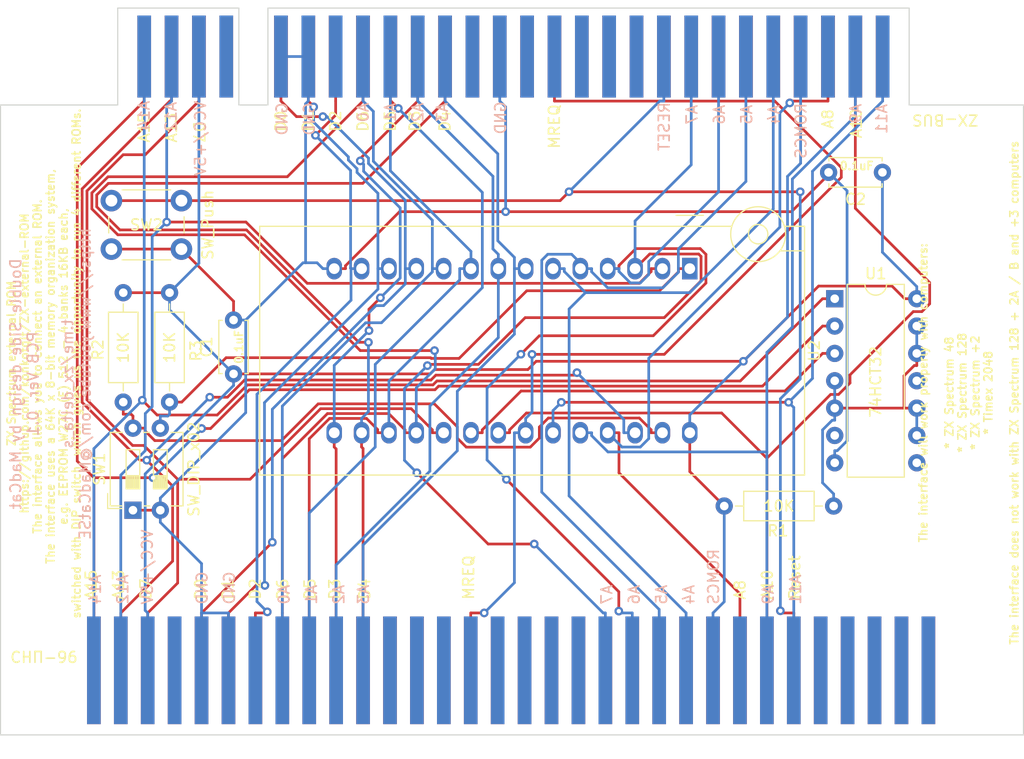
<source format=kicad_pcb>
(kicad_pcb (version 20221018) (generator pcbnew)
  (layers (0 "F.Cu" signal) (31 "B.Cu" signal) (34 "B.Paste" user) (35 "F.Paste" user) (36 "B.SilkS" user "B.Silkscreen") (37 "F.SilkS" user "F.Silkscreen") (38 "B.Mask" user) (39 "F.Mask" user) (44 "Edge.Cuts" user))
  (net 0 "")
  (net 1 "+5V")
  (net 2 "GND")
  (net 3 "A15")
  (net 4 "A13")
  (net 5 "D7")
  (net 7 "D0")
  (net 8 "D1")
  (net 9 "D2")
  (net 10 "D6")
  (net 11 "D5")
  (net 12 "D3")
  (net 13 "D4")
  (net 17 "MREQ")
  (net 27 "A8")
  (net 28 "A10")
  (net 30 "A14")
  (net 31 "A12")
  (net 34 "A0")
  (net 35 "A1")
  (net 36 "A2")
  (net 37 "A3")
  (net 44 "RESET")
  (net 45 "A7")
  (net 46 "A6")
  (net 47 "A5")
  (net 48 "A4")
  (net 50 "A9")
  (net 51 "A11")
  (net 85 "Net-(U1-2A)")
  (net 86 "Net-(U2-A14)")
  (net 87 "Net-(U2-A15)")
  (net 89 "Net-(U1-1Y)")
  (footprint "Diagnostic_board:DIP-14_W7.62mm" (layer "F.Cu") (at 161.1376 72.4916)
    (fp_text reference "U1")
    (fp_text value "74HCT32")
  )
  (footprint "Diagnostic_board:SW_DIP_SPSTx02_Slide_6.7x6.64mm_W7.62mm_P2.54mm_LowProfile" (layer "F.Cu") (at 95.9648 92.1328 90)
    (fp_text reference "SW1")
    (fp_text value "SW_DIP_x02")
  )
  (footprint "Diagnostic_board:SNP96" (layer "F.Cu") (at 170.47 102 180)
    (fp_text reference "J1" hide)
    (fp_text value "SNP" hide)
  )
  (footprint "Diagnostic_board:C_Disc_D4.7mm_W2.5mm_P5.00mm" (layer "F.Cu") (at 105.3084 79.4728 90)
    (fp_text reference "C1")
    (fp_text value "0.1uF")
  )
  (footprint "Diagnostic_board:R_Axial_DIN0207_L6.3mm_D2.5mm_P10.16mm_Horizontal" (layer "F.Cu") (at 150.876 91.7448)
    (fp_text reference "R1")
    (fp_text value "10K")
  )
  (footprint "Diagnostic_board:SW_PUSH_6mm" (layer "F.Cu") (at 93.9648 63.3828)
    (fp_text reference "SW2")
    (fp_text value "SW_Push")
  )
  (footprint "Diagnostic_board:C_Disc_D4.7mm_W2.5mm_P5.00mm" (layer "F.Cu") (at 165.568 60.7568 180)
    (fp_text reference "C2")
    (fp_text value "0.1uF")
  )
  (footprint "Diagnostic_board:R_Axial_DIN0207_L6.3mm_D2.5mm_P10.16mm_Horizontal" (layer "F.Cu") (at 95.0648 71.9328 -90)
    (fp_text reference "R2")
    (fp_text value "10K")
  )
  (footprint "Socket:DIP_Socket-28_W11.9_W12.7_W15.24_W17.78_W18.5_3M_228-1277-00-0602J" (layer "F.Cu") (at 147.6756 69.6976 -90)
    (fp_text reference "U2")
    (fp_text value "27C512")
  )
  (footprint "Diagnostic_board:R_Axial_DIN0207_L6.3mm_D2.5mm_P10.16mm_Horizontal" (layer "F.Cu") (at 99.3648 71.9328 -90)
    (fp_text reference "R3")
    (fp_text value "10K")
  )
  (footprint "Diagnostic_board:ZX SPECTRUM EDGE CONNECTOR (HORIZONTAL)" (layer "F.Cu") (at 131.3 50.254 180)
    (fp_text reference "J2" hide)
    (fp_text value "ZXBUS" hide)
  )
  (gr_line (start 94.55 45.5) (end 105.8 45.5) (stroke (width 0.1)) (layer "Edge.Cuts"))
  (gr_line (start 83.667485 113) (end 178.667485 113) (stroke (width 0.1)) (layer "Edge.Cuts"))
  (gr_line (start 108.5 45.5) (end 108.5 54.5) (stroke (width 0.1)) (layer "Edge.Cuts"))
  (gr_line (start 83.667485 54.5) (end 94.55 54.5) (stroke (width 0.1)) (layer "Edge.Cuts"))
  (gr_line (start 168.05 54.5) (end 178.667485 54.5) (stroke (width 0.1)) (layer "Edge.Cuts"))
  (gr_line (start 168.05 45.5) (end 168.05 54.5) (stroke (width 0.1)) (layer "Edge.Cuts"))
  (gr_line (start 94.55 45.5) (end 94.55 54.5) (stroke (width 0.1)) (layer "Edge.Cuts"))
  (gr_line (start 108.5 45.5) (end 168.05 45.5) (stroke (width 0.1)) (layer "Edge.Cuts"))
  (gr_line (start 105.8 54.5) (end 108.5 54.5) (stroke (width 0.1)) (layer "Edge.Cuts"))
  (gr_line (start 83.667485 54.5) (end 83.667485 113) (stroke (width 0.1)) (layer "Edge.Cuts"))
  (gr_line (start 178.667485 54.5) (end 178.667485 113) (stroke (width 0.1)) (layer "Edge.Cuts"))
  (gr_line (start 105.8 45.5) (end 105.8 54.5) (stroke (width 0.1)) (layer "Edge.Cuts"))
  (gr_text "A2" (at 115.082 99.976191 90) (layer "B.SilkS") (effects (font (size 1 1)) (justify mirror)))
  (gr_text "A14" (at 97 55.5 90) (layer "B.SilkS") (effects (font (size 1 1)) (justify mirror)))
  (gr_text "A14" (at 92.476 99.5 90) (layer "B.SilkS") (effects (font (size 1 1)) (justify mirror)))
  (gr_text "A4" (at 155.5 55.4 90) (layer "B.SilkS") (effects (font (size 1 1)) (justify mirror)))
  (gr_text "ROMCS" (at 149.88 98.309524 90) (layer "B.SilkS") (effects (font (size 1 1)) (justify mirror)))
  (gr_text "GND" (at 130.1 55.7 90) (layer "B.SilkS") (effects (font (size 1 1)) (justify mirror)))
  (gr_text "A1" (at 112.542 99.976191 90) (layer "B.SilkS") (effects (font (size 1 1)) (justify mirror)))
  (gr_text "A4" (at 147.594 99.976191 90) (layer "B.SilkS") (effects (font (size 1 1)) (justify mirror)))
  (gr_text "A7" (at 147.88 55.4 90) (layer "B.SilkS") (effects (font (size 1 1)) (justify mirror)))
  (gr_text "A9" (at 163.1 55.3 90) (layer "B.SilkS") (effects (font (size 1 1)) (justify mirror)))
  (gr_text "GND" (at 109.8 55.8 90) (layer "B.SilkS") (effects (font (size 1 1)) (justify mirror)))
  (gr_text "A11" (at 157.5 99.5 90) (layer "B.SilkS") (effects (font (size 1 1)) (justify mirror)))
  (gr_text "A2" (at 122.414 55.2 90) (layer "B.SilkS") (effects (font (size 1 1)) (justify mirror)))
  (gr_text "A11" (at 165.5 55.8 90) (layer "B.SilkS") (effects (font (size 1 1)) (justify mirror)))
  (gr_text "A0" (at 117.334 55.2 90) (layer "B.SilkS") (effects (font (size 1 1)) (justify mirror)))
  (gr_text "A5" (at 145.054 99.976191 90) (layer "B.SilkS") (effects (font (size 1 1)) (justify mirror)))
  (gr_text "A0" (at 110.002 99.976191 90) (layer "B.SilkS") (effects (font (size 1 1)) (justify mirror)))
  (gr_text "VCC/+5V" (at 97.302 97.404762 90) (layer "B.SilkS") (effects (font (size 1 1)) (justify mirror)))
  (gr_text "A1" (at 119.874 55.2 90) (layer "B.SilkS") (effects (font (size 1 1)) (justify mirror)))
  (gr_text "GND" (at 112.34 55.8 90) (layer "B.SilkS") (effects (font (size 1 1)) (justify mirror)))
  (gr_text "VCC/+5V" (at 102.234 57.6 90) (layer "B.SilkS") (effects (font (size 1 1)) (justify mirror)))
  (gr_text "GND" (at 102.382 99.357143 90) (layer "B.SilkS") (effects (font (size 1 1)) (justify mirror)))
  (gr_text "A6" (at 150.42 55.4 90) (layer "B.SilkS") (effects (font (size 1 1)) (justify mirror)))
  (gr_text "A7" (at 139.974 99.976191 90) (layer "B.SilkS") (effects (font (size 1 1)) (justify mirror)))
  (gr_text "A3" (at 124.7 55.2 90) (layer "B.SilkS") (effects (font (size 1 1)) (justify mirror)))
  (gr_text "RESET" (at 145.3 56.5 90) (layer "B.SilkS") (effects (font (size 1 1)) (justify mirror)))
  (gr_text "A9" (at 154.96 99.976191 90) (layer "B.SilkS") (effects (font (size 1 1)) (justify mirror)))
  (gr_text "A6" (at 142.514 99.976191 90) (layer "B.SilkS") (effects (font (size 1 1)) (justify mirror)))
  (gr_text "A3" (at 117.368 99.976191 90) (layer "B.SilkS") (effects (font (size 1 1)) (justify mirror)))
  (gr_text "GND" (at 104.922 99.357143 90) (layer "B.SilkS") (effects (font (size 1 1)) (justify mirror)))
  (gr_text "A12" (at 95.016 99.5 90) (layer "B.SilkS") (effects (font (size 1 1)) (justify mirror)))
  (gr_text "ROMCS" (at 158 56.9 90) (layer "B.SilkS") (effects (font (size 1 1)) (justify mirror)))
  (gr_text "Double Side design by MadCat\nPCB Ver. 0.1\n\nt.me/zx_delta_s\nhttps://www.youtube.com/@MadCatSE" (at 88.3 80.4 90) (layer "B.SilkS") (effects (font (size 1 1)) (justify mirror)))
  (gr_text "A12" (at 99.5 55.6 90) (layer "B.SilkS") (effects (font (size 1 1)) (justify mirror)))
  (gr_text "A5" (at 152.96 55.4 90) (layer "B.SilkS") (effects (font (size 1 1)) (justify mirror)))
  (gr_text "A15" (at 97 56.6 90) (layer "F.SilkS") (effects (font (size 1 1))))
  (gr_text "D4" (at 124.94 56 90) (layer "F.SilkS") (effects (font (size 1 1))))
  (gr_text "A8" (at 160.5 55.8 90) (layer "F.SilkS") (effects (font (size 1 1))))
  (gr_text "D3\n" (at 122.15902 56 90) (layer "F.SilkS") (effects (font (size 1 1))))
  (gr_text "D6" (at 109.86098 99.452381 90) (layer "F.SilkS") (effects (font (size 1 1))))
  (gr_text "D4" (at 117.48098 99.452381 90) (layer "F.SilkS") (effects (font (size 1 1))))
  (gr_text "СНП-96" (at 87.7 105.8) (layer "F.SilkS") (effects (font (size 1 1))))
  (gr_text "D6" (at 117.32 56 90) (layer "F.SilkS") (effects (font (size 1 1))))
  (gr_text "A10" (at 163.14 56.2 90) (layer "F.SilkS") (effects (font (size 1 1))))
  (gr_text "MREQ" (at 135.1 56.5 90) (layer "F.SilkS") (effects (font (size 1 1))))
  (gr_text "D0" (at 102.24098 99.452381 90) (layer "F.SilkS") (effects (font (size 1 1))))
  (gr_text "ZX Spectrum external ROM\nhttps://github.com/konkotgit/ZX-external-ROM\nThe interface allows you to connect an external ROM. \nThe interface uses a 64K x 8-bit memory organization system, \ne.g. EEPROM W27C (E) 512 - 4 banks 16KB each, \nswitched with DIP switch, which gives us the opportunity to run 4 different ROMs." (at 87.7 78.5 90) (layer "F.SilkS") (effects (font (size 0.75 0.75))))
  (gr_text "D7" (at 102.08 57.004762 270) (layer "F.SilkS") (effects (font (size 1 1))))
  (gr_text "A13" (at 94.62098 99.047619 90) (layer "F.SilkS") (effects (font (size 1 1))))
  (gr_text "D0" (at 109.7 56 90) (layer "F.SilkS") (effects (font (size 1 1))))
  (gr_text "A8" (at 152.34 99.52381 90) (layer "F.SilkS") (effects (font (size 1 1))))
  (gr_text "A13" (at 99.54 56.6 90) (layer "F.SilkS") (effects (font (size 1 1))))
  (gr_text "D2" (at 107.32098 99.452381 90) (layer "F.SilkS") (effects (font (size 1 1))))
  (gr_text "MREQ" (at 127.13298 98.380953 90) (layer "F.SilkS") (effects (font (size 1 1))))
  (gr_text "ZX-BUS" (at 171.4 55.9 180) (layer "F.SilkS") (effects (font (size 1 1))))
  (gr_text "D5" (at 119.86 56 90) (layer "F.SilkS") (effects (font (size 1 1))))
  (gr_text "A15" (at 92.08098 99.047619 90) (layer "F.SilkS") (effects (font (size 1 1))))
  (gr_text "D1" (at 112.24 56 90) (layer "F.SilkS") (effects (font (size 1 1))))
  (gr_text "D1" (at 104.78098 99.452381 90) (layer "F.SilkS") (effects (font (size 1 1))))
  (gr_text "D2" (at 114.78 56 90) (layer "F.SilkS") (effects (font (size 1 1))))
  (gr_text "D5" (at 112.40098 99.452381 90) (layer "F.SilkS") (effects (font (size 1 1))))
  (gr_text "D3\n" (at 114.7 99.452381 90) (layer "F.SilkS") (effects (font (size 1 1))))
  (gr_text "The interface will work properly with computers:\n\n* ZX Spectrum 48\n* ZX Spectrum 128\n* ZX Spectrum +2\n* Timex 2048\n\nThe interface does not work with ZX Spectrum 128 + 2A / B and +3 computers" (at 173.5836 81.2292 90) (layer "F.SilkS") (effects (font (size 0.75 0.75))))
  (gr_text "Reset" (at 157.42 98.380953 90) (layer "F.SilkS") (effects (font (size 1 1))))
  (gr_text "A10" (at 154.88 99.047619 90) (layer "F.SilkS") (effects (font (size 1 1))))
  (gr_text "D7" (at 97.16098 99.452381 90) (layer "F.SilkS") (effects (font (size 1 1))))
  (segment (start 105.3084 79.4728) (end 123.5702 79.4728) (width 0.25) (layer "F.Cu") (net 1))
  (segment (start 147.6756 88.5444) (end 150.876 91.7448) (width 0.25) (layer "F.Cu") (net 1))
  (segment (start 168.7576 72.4916) (end 167.6307 72.4916) (width 0.25) (layer "F.Cu") (net 1))
  (segment (start 133.4126 78.3009) (end 152.6537 78.3009) (width 0.25) (layer "F.Cu") (net 1))
  (segment (start 132.644 79.0695) (end 133.4126 78.3009) (width 0.25) (layer "F.Cu") (net 1))
  (segment (start 147.6756 84.9376) (end 147.6756 88.5444) (width 0.25) (layer "F.Cu") (net 1))
  (segment (start 123.5702 79.4728) (end 123.9735 79.0695) (width 0.25) (layer "F.Cu") (net 1))
  (segment (start 152.6537 78.3009) (end 159.6363 71.3183) (width 0.25) (layer "F.Cu") (net 1))
  (segment (start 99.3648 71.9328) (end 95.0648 71.9328) (width 0.25) (layer "F.Cu") (net 1))
  (segment (start 159.6363 71.3183) (end 166.4574 71.3183) (width 0.25) (layer "F.Cu") (net 1))
  (segment (start 123.9735 79.0695) (end 132.644 79.0695) (width 0.25) (layer "F.Cu") (net 1))
  (segment (start 166.4574 71.3183) (end 167.6307 72.4916) (width 0.25) (layer "F.Cu") (net 1))
  (via (at 152.6537 78.3009) (size 0.8) (drill 0.4) (layers "F.Cu" "B.Cu") (net 1))
  (segment (start 102.09 50) (end 102.09 54.1369) (width 0.25) (layer "B.Cu") (net 1))
  (segment (start 168.7576 72.4916) (end 168.7576 71.3647) (width 0.25) (layer "B.Cu") (net 1))
  (segment (start 147.6756 83.279) (end 147.6756 84.9376) (width 0.25) (layer "B.Cu") (net 1))
  (segment (start 156.7532 61.1277) (end 156.7532 74.2014) (width 0.25) (layer "B.Cu") (net 1))
  (segment (start 102.09 69.2076) (end 99.3648 71.9328) (width 0.25) (layer "B.Cu") (net 1))
  (segment (start 156.7532 74.2014) (end 152.6537 78.3009) (width 0.25) (layer "B.Cu") (net 1))
  (segment (start 97.0996 101.4377) (end 97.335 101.6731) (width 0.25) (layer "B.Cu") (net 1))
  (segment (start 149.835 107) (end 149.835 101.6731) (width 0.25) (layer "B.Cu") (net 1))
  (segment (start 168.7576 71.3647) (end 165.568 68.1751) (width 0.25) (layer "B.Cu") (net 1))
  (segment (start 152.6537 78.3009) (end 147.6756 83.279) (width 0.25) (layer "B.Cu") (net 1))
  (segment (start 105.3084 79.4728) (end 105.3084 80.5513) (width 0.25) (layer "B.Cu") (net 1))
  (segment (start 99.3648 73.5292) (end 99.3648 71.9328) (width 0.25) (layer "B.Cu") (net 1))
  (segment (start 102.09 54.1369) (end 102.09 69.2076) (width 0.25) (layer "B.Cu") (net 1))
  (segment (start 97.0996 88.7601) (end 97.0996 101.4377) (width 0.25) (layer "B.Cu") (net 1))
  (segment (start 150.876 91.7448) (end 150.876 100.6321) (width 0.25) (layer "B.Cu") (net 1))
  (segment (start 105.3084 80.5513) (end 97.0996 88.7601) (width 0.25) (layer "B.Cu") (net 1))
  (segment (start 97.335 107) (end 97.335 101.6731) (width 0.25) (layer "B.Cu") (net 1))
  (segment (start 157.97 59.9109) (end 156.7532 61.1277) (width 0.25) (layer "B.Cu") (net 1))
  (segment (start 165.568 68.1751) (end 165.568 60.7568) (width 0.25) (layer "B.Cu") (net 1))
  (segment (start 105.3084 79.4728) (end 99.3648 73.5292) (width 0.25) (layer "B.Cu") (net 1))
  (segment (start 157.97 54.1369) (end 157.97 59.9109) (width 0.25) (layer "B.Cu") (net 1))
  (segment (start 150.876 100.6321) (end 149.835 101.6731) (width 0.25) (layer "B.Cu") (net 1))
  (segment (start 157.97 50) (end 157.97 54.1369) (width 0.25) (layer "B.Cu") (net 1))
  (segment (start 93.9648 67.8828) (end 100.4648 67.8828) (width 0.25) (layer "F.Cu") (net 2))
  (segment (start 157.1211 64.4095) (end 160.568 60.9626) (width 0.25) (layer "F.Cu") (net 2))
  (segment (start 115.7025 69.6976) (end 115.7025 69.4299) (width 0.25) (layer "F.Cu") (net 2))
  (segment (start 130.5759 64.4095) (end 157.1211 64.4095) (width 0.25) (layer "F.Cu") (net 2))
  (segment (start 115.7025 69.4299) (end 120.7229 64.4095) (width 0.25) (layer "F.Cu") (net 2))
  (segment (start 114.6556 69.6976) (end 115.7025 69.6976) (width 0.25) (layer "F.Cu") (net 2))
  (segment (start 160.568 60.9626) (end 160.568 60.7568) (width 0.25) (layer "F.Cu") (net 2))
  (segment (start 105.3084 72.7264) (end 105.3084 74.4728) (width 0.25) (layer "F.Cu") (net 2))
  (segment (start 98.5048 92.1328) (end 95.9648 92.1328) (width 0.25) (layer "F.Cu") (net 2))
  (segment (start 120.7229 64.4095) (end 130.5759 64.4095) (width 0.25) (layer "F.Cu") (net 2))
  (segment (start 100.4648 67.8828) (end 105.3084 72.7264) (width 0.25) (layer "F.Cu") (net 2))
  (via (at 130.5759 64.4095) (size 0.8) (drill 0.4) (layers "F.Cu" "B.Cu") (net 2))
  (segment (start 160.568 60.7568) (end 162.2833 62.4721) (width 0.25) (layer "B.Cu") (net 2))
  (segment (start 162.2833 85.6925) (end 161.3711 86.6047) (width 0.25) (layer "B.Cu") (net 2))
  (segment (start 114.6556 69.6976) (end 113.6087 69.6976) (width 0.25) (layer "B.Cu") (net 2))
  (segment (start 106.4367 74.4728) (end 106.4367 83.074) (width 0.25) (layer "B.Cu") (net 2))
  (segment (start 98.5048 92.1328) (end 98.5048 93.2597) (width 0.25) (layer "B.Cu") (net 2))
  (segment (start 111.9967 69.1527) (end 111.7568 69.1527) (width 0.25) (layer "B.Cu") (net 2))
  (segment (start 111.9967 54.3902) (end 111.9967 69.1527) (width 0.25) (layer "B.Cu") (net 2))
  (segment (start 162.2833 62.4721) (end 162.2833 85.6925) (width 0.25) (layer "B.Cu") (net 2))
  (segment (start 111.7568 69.1527) (end 106.4367 74.4728) (width 0.25) (layer "B.Cu") (net 2))
  (segment (start 102.335 107) (end 102.335 101.6731) (width 0.25) (layer "B.Cu") (net 2))
  (segment (start 112.25 50) (end 109.71 50) (width 0.25) (layer "B.Cu") (net 2))
  (segment (start 106.4367 83.074) (end 98.5048 91.0059) (width 0.25) (layer "B.Cu") (net 2))
  (segment (start 130.03 54.1369) (end 130.5759 54.6828) (width 0.25) (layer "B.Cu") (net 2))
  (segment (start 161.1376 87.7316) (end 161.1376 86.6047) (width 0.25) (layer "B.Cu") (net 2))
  (segment (start 98.5048 93.2597) (end 102.335 97.0899) (width 0.25) (layer "B.Cu") (net 2))
  (segment (start 130.03 50) (end 130.03 54.1369) (width 0.25) (layer "B.Cu") (net 2))
  (segment (start 112.25 54.1369) (end 111.9967 54.3902) (width 0.25) (layer "B.Cu") (net 2))
  (segment (start 106.4367 74.4728) (end 105.3084 74.4728) (width 0.25) (layer "B.Cu") (net 2))
  (segment (start 112.25 50) (end 112.25 54.1369) (width 0.25) (layer "B.Cu") (net 2))
  (segment (start 104.835 101.6731) (end 102.335 101.6731) (width 0.25) (layer "B.Cu") (net 2))
  (segment (start 161.3711 86.6047) (end 161.1376 86.6047) (width 0.25) (layer "B.Cu") (net 2))
  (segment (start 98.5048 92.1328) (end 98.5048 91.0059) (width 0.25) (layer "B.Cu") (net 2))
  (segment (start 113.6087 69.6976) (end 113.0638 69.1527) (width 0.25) (layer "B.Cu") (net 2))
  (segment (start 130.5759 54.6828) (end 130.5759 64.4095) (width 0.25) (layer "B.Cu") (net 2))
  (segment (start 104.835 107) (end 104.835 101.6731) (width 0.25) (layer "B.Cu") (net 2))
  (segment (start 113.0638 69.1527) (end 111.9967 69.1527) (width 0.25) (layer "B.Cu") (net 2))
  (segment (start 102.335 97.0899) (end 102.335 101.6731) (width 0.25) (layer "B.Cu") (net 2))
  (segment (start 97.01 54.1369) (end 90.7906 60.3563) (width 0.25) (layer "F.Cu") (net 3))
  (segment (start 97.01 50) (end 97.01 54.1369) (width 0.25) (layer "F.Cu") (net 3))
  (segment (start 90.7906 87.5705) (end 92.335 89.1149) (width 0.25) (layer "F.Cu") (net 3))
  (segment (start 106.7745 80.9451) (end 103.1743 84.5453) (width 0.25) (layer "F.Cu") (net 3))
  (segment (start 103.1743 84.5453) (end 102.3423 84.5453) (width 0.25) (layer "F.Cu") (net 3))
  (segment (start 124.0152 80.9451) (end 106.7745 80.9451) (width 0.25) (layer "F.Cu") (net 3))
  (segment (start 160.0107 75.0316) (end 154.432 80.6103) (width 0.25) (layer "F.Cu") (net 3))
  (segment (start 161.1376 75.0316) (end 160.0107 75.0316) (width 0.25) (layer "F.Cu") (net 3))
  (segment (start 154.432 80.6103) (end 124.35 80.6103) (width 0.25) (layer "F.Cu") (net 3))
  (segment (start 90.7906 60.3563) (end 90.7906 87.5705) (width 0.25) (layer "F.Cu") (net 3))
  (segment (start 92.335 89.1149) (end 92.335 101.6731) (width 0.25) (layer "F.Cu") (net 3))
  (segment (start 92.335 107) (end 92.335 101.6731) (width 0.25) (layer "F.Cu") (net 3))
  (segment (start 92.335 89.1149) (end 97.8265 89.1149) (width 0.25) (layer "F.Cu") (net 3))
  (segment (start 124.35 80.6103) (end 124.0152 80.9451) (width 0.25) (layer "F.Cu") (net 3))
  (via (at 97.8265 89.1149) (size 0.8) (drill 0.4) (layers "F.Cu" "B.Cu") (net 3))
  (via (at 102.3423 84.5453) (size 0.8) (drill 0.4) (layers "F.Cu" "B.Cu") (net 3))
  (segment (start 102.3423 84.5991) (end 97.8265 89.1149) (width 0.25) (layer "B.Cu") (net 3))
  (segment (start 102.3423 84.5453) (end 102.3423 84.5991) (width 0.25) (layer "B.Cu") (net 3))
  (segment (start 91.244 62.2877) (end 91.244 82.114) (width 0.25) (layer "F.Cu") (net 4))
  (segment (start 91.244 82.114) (end 96.6178 87.4878) (width 0.25) (layer "F.Cu") (net 4))
  (segment (start 136.9676 79.5895) (end 137.1996 79.3575) (width 0.25) (layer "F.Cu") (net 4))
  (segment (start 99.3948 54.1369) (end 91.244 62.2877) (width 0.25) (layer "F.Cu") (net 4))
  (segment (start 106.3336 80.0413) (end 123.6408 80.0413) (width 0.25) (layer "F.Cu") (net 4))
  (segment (start 97.2463 87.4878) (end 99.6475 89.889) (width 0.25) (layer "F.Cu") (net 4))
  (segment (start 99.6475 89.889) (end 99.6475 96.8606) (width 0.25) (layer "F.Cu") (net 4))
  (segment (start 99.6475 96.8606) (end 94.835 101.6731) (width 0.25) (layer "F.Cu") (net 4))
  (segment (start 99.55 54.1369) (end 99.3948 54.1369) (width 0.25) (layer "F.Cu") (net 4))
  (segment (start 99.55 50) (end 99.55 54.1369) (width 0.25) (layer "F.Cu") (net 4))
  (segment (start 96.6178 87.4878) (end 97.2463 87.4878) (width 0.25) (layer "F.Cu") (net 4))
  (segment (start 94.835 107) (end 94.835 101.6731) (width 0.25) (layer "F.Cu") (net 4))
  (segment (start 104.7368 81.6381) (end 106.3336 80.0413) (width 0.25) (layer "F.Cu") (net 4))
  (segment (start 103.096 81.6381) (end 104.7368 81.6381) (width 0.25) (layer "F.Cu") (net 4))
  (segment (start 124.0926 79.5895) (end 136.9676 79.5895) (width 0.25) (layer "F.Cu") (net 4))
  (segment (start 123.6408 80.0413) (end 124.0926 79.5895) (width 0.25) (layer "F.Cu") (net 4))
  (via (at 103.096 81.6381) (size 0.8) (drill 0.4) (layers "F.Cu" "B.Cu") (net 4))
  (via (at 97.2463 87.4878) (size 0.8) (drill 0.4) (layers "F.Cu" "B.Cu") (net 4))
  (via (at 137.1996 79.3575) (size 0.8) (drill 0.4) (layers "F.Cu" "B.Cu") (net 4))
  (segment (start 141.5487 83.7066) (end 137.1996 79.3575) (width 0.25) (layer "B.Cu") (net 4))
  (segment (start 97.2463 87.4878) (end 103.096 81.6381) (width 0.25) (layer "B.Cu") (net 4))
  (segment (start 142.5956 84.9376) (end 141.5487 84.9376) (width 0.25) (layer "B.Cu") (net 4))
  (segment (start 141.5487 84.9376) (end 141.5487 83.7066) (width 0.25) (layer "B.Cu") (net 4))
  (segment (start 124.8156 84.9376) (end 123.7687 84.9376) (width 0.25) (layer "F.Cu") (net 5))
  (segment (start 97.1079 59.119) (end 95.054 59.119) (width 0.25) (layer "F.Cu") (net 5))
  (segment (start 100.118 98.8901) (end 97.335 101.6731) (width 0.25) (layer "F.Cu") (net 5))
  (segment (start 97.335 107) (end 97.335 101.6731) (width 0.25) (layer "F.Cu") (net 5))
  (segment (start 96.9806 86.1199) (end 100.118 89.2573) (width 0.25) (layer "F.Cu") (net 5))
  (segment (start 102.09 54.1369) (end 97.1079 59.119) (width 0.25) (layer "F.Cu") (net 5))
  (segment (start 95.054 59.119) (end 91.6959 62.4771) (width 0.25) (layer "F.Cu") (net 5))
  (segment (start 91.6959 62.4771) (end 91.6959 81.8811) (width 0.25) (layer "F.Cu") (net 5))
  (segment (start 102.09 50) (end 102.09 54.1369) (width 0.25) (layer "F.Cu") (net 5))
  (segment (start 121.8042 82.7054) (end 123.7687 84.6699) (width 0.25) (layer "F.Cu") (net 5))
  (segment (start 113.3956 82.7054) (end 121.8042 82.7054) (width 0.25) (layer "F.Cu") (net 5))
  (segment (start 106.8437 89.2573) (end 113.3956 82.7054) (width 0.25) (layer "F.Cu") (net 5))
  (segment (start 91.6959 81.8811) (end 95.9347 86.1199) (width 0.25) (layer "F.Cu") (net 5))
  (segment (start 100.118 89.2573) (end 100.118 98.8901) (width 0.25) (layer "F.Cu") (net 5))
  (segment (start 100.118 89.2573) (end 106.8437 89.2573) (width 0.25) (layer "F.Cu") (net 5))
  (segment (start 123.7687 84.6699) (end 123.7687 84.9376) (width 0.25) (layer "F.Cu") (net 5))
  (segment (start 95.9347 86.1199) (end 96.9806 86.1199) (width 0.25) (layer "F.Cu") (net 5))
  (segment (start 102.335 101.6731) (end 102.3434 101.6731) (width 0.25) (layer "F.Cu") (net 7))
  (segment (start 111.1523 55.5792) (end 113.6038 55.5792) (width 0.25) (layer "F.Cu") (net 7))
  (segment (start 102.3434 101.6731) (end 108.9081 95.1084) (width 0.25) (layer "F.Cu") (net 7))
  (segment (start 109.71 54.1369) (end 111.1523 55.5792) (width 0.25) (layer "F.Cu") (net 7))
  (segment (start 109.71 50) (end 109.71 54.1369) (width 0.25) (layer "F.Cu") (net 7))
  (segment (start 102.335 107) (end 102.335 101.6731) (width 0.25) (layer "F.Cu") (net 7))
  (via (at 108.9081 95.1084) (size 0.8) (drill 0.4) (layers "F.Cu" "B.Cu") (net 7))
  (via (at 113.6038 55.5792) (size 0.8) (drill 0.4) (layers "F.Cu" "B.Cu") (net 7))
  (segment (start 118.5289 73.1319) (end 108.9081 82.7527) (width 0.25) (layer "B.Cu") (net 7))
  (segment (start 121.2555 69.6976) (end 121.2555 71.1231) (width 0.25) (layer "B.Cu") (net 7))
  (segment (start 117.8396 59.9442) (end 117.8396 59.4273) (width 0.25) (layer "B.Cu") (net 7))
  (segment (start 117.8396 59.4273) (end 113.9915 55.5792) (width 0.25) (layer "B.Cu") (net 7))
  (segment (start 122.2756 69.6976) (end 121.2555 69.6976) (width 0.25) (layer "B.Cu") (net 7))
  (segment (start 113.9915 55.5792) (end 113.6038 55.5792) (width 0.25) (layer "B.Cu") (net 7))
  (segment (start 121.2555 69.6976) (end 121.2555 63.3601) (width 0.25) (layer "B.Cu") (net 7))
  (segment (start 121.2555 71.1231) (end 119.2467 73.1319) (width 0.25) (layer "B.Cu") (net 7))
  (segment (start 108.9081 82.7527) (end 108.9081 95.1084) (width 0.25) (layer "B.Cu") (net 7))
  (segment (start 119.2467 73.1319) (end 118.5289 73.1319) (width 0.25) (layer "B.Cu") (net 7))
  (segment (start 121.2555 63.3601) (end 117.8396 59.9442) (width 0.25) (layer "B.Cu") (net 7))
  (segment (start 107.3895 99.1186) (end 108.2163 99.1186) (width 0.25) (layer "F.Cu") (net 8))
  (segment (start 112.7474 54.6343) (end 112.7474 54.6785) (width 0.25) (layer "F.Cu") (net 8))
  (segment (start 104.835 101.6731) (end 107.3895 99.1186) (width 0.25) (layer "F.Cu") (net 8))
  (segment (start 104.835 107) (end 104.835 101.6731) (width 0.25) (layer "F.Cu") (net 8))
  (segment (start 112.25 54.1369) (end 112.7474 54.6343) (width 0.25) (layer "F.Cu") (net 8))
  (segment (start 112.25 50) (end 112.25 54.1369) (width 0.25) (layer "F.Cu") (net 8))
  (via (at 112.7474 54.6785) (size 0.8) (drill 0.4) (layers "F.Cu" "B.Cu") (net 8))
  (via (at 108.2163 99.1186) (size 0.8) (drill 0.4) (layers "F.Cu" "B.Cu") (net 8))
  (segment (start 112.7474 56.0973) (end 115.9694 59.3193) (width 0.25) (layer "B.Cu") (net 8))
  (segment (start 115.9694 59.613) (end 116.7767 60.4203) (width 0.25) (layer "B.Cu") (net 8))
  (segment (start 118.7155 71.6072) (end 108.1796 82.1431) (width 0.25) (layer "B.Cu") (net 8))
  (segment (start 116.7767 60.7656) (end 118.7155 62.7044) (width 0.25) (layer "B.Cu") (net 8))
  (segment (start 119.7356 69.6976) (end 118.7155 69.6976) (width 0.25) (layer "B.Cu") (net 8))
  (segment (start 116.7767 60.4203) (end 116.7767 60.7656) (width 0.25) (layer "B.Cu") (net 8))
  (segment (start 118.7155 62.7044) (end 118.7155 69.6976) (width 0.25) (layer "B.Cu") (net 8))
  (segment (start 115.9694 59.3193) (end 115.9694 59.613) (width 0.25) (layer "B.Cu") (net 8))
  (segment (start 112.7474 54.6785) (end 112.7474 56.0973) (width 0.25) (layer "B.Cu") (net 8))
  (segment (start 108.1796 99.0819) (end 108.2163 99.1186) (width 0.25) (layer "B.Cu") (net 8))
  (segment (start 118.7155 69.6976) (end 118.7155 71.6072) (width 0.25) (layer "B.Cu") (net 8))
  (segment (start 108.1796 82.1431) (end 108.1796 99.0819) (width 0.25) (layer "B.Cu") (net 8))
  (segment (start 108.4401 101.5742) (end 108.3412 101.6731) (width 0.25) (layer "F.Cu") (net 9))
  (segment (start 114.79 50) (end 114.79 54.1369) (width 0.25) (layer "F.Cu") (net 9))
  (segment (start 114.79 55.4374) (end 112.9132 57.3142) (width 0.25) (layer "F.Cu") (net 9))
  (segment (start 114.79 54.1369) (end 114.79 55.4374) (width 0.25) (layer "F.Cu") (net 9))
  (segment (start 107.335 107) (end 107.335 101.6731) (width 0.25) (layer "F.Cu") (net 9))
  (segment (start 108.3412 101.6731) (end 107.335 101.6731) (width 0.25) (layer "F.Cu") (net 9))
  (via (at 112.9132 57.3142) (size 0.8) (drill 0.4) (layers "F.Cu" "B.Cu") (net 9))
  (via (at 108.4401 101.5742) (size 0.8) (drill 0.4) (layers "F.Cu" "B.Cu") (net 9))
  (segment (start 117.1956 69.6976) (end 116.2155 69.6976) (width 0.25) (layer "B.Cu") (net 9))
  (segment (start 116.2155 69.6976) (end 116.1755 69.6576) (width 0.25) (layer "B.Cu") (net 9))
  (segment (start 116.1754 69.6576) (end 116.1754 60.5764) (width 0.25) (layer "B.Cu") (net 9))
  (segment (start 116.1755 69.6576) (end 116.1754 69.6576) (width 0.25) (layer "B.Cu") (net 9))
  (segment (start 116.1754 60.5764) (end 112.9132 57.3142) (width 0.25) (layer "B.Cu") (net 9))
  (segment (start 116.2155 72.6322) (end 116.2155 69.6976) (width 0.25) (layer "B.Cu") (net 9))
  (segment (start 107.4827 100.6168) (end 107.4827 81.365) (width 0.25) (layer "B.Cu") (net 9))
  (segment (start 107.4827 81.365) (end 116.2155 72.6322) (width 0.25) (layer "B.Cu") (net 9))
  (segment (start 108.4401 101.5742) (end 107.4827 100.6168) (width 0.25) (layer "B.Cu") (net 9))
  (segment (start 117.33 50) (end 117.33 54.1369) (width 0.25) (layer "F.Cu") (net 10))
  (segment (start 119.7163 83.1575) (end 121.2287 84.6699) (width 0.25) (layer "F.Cu") (net 10))
  (segment (start 94.5589 66.5559) (end 106.3213 66.5559) (width 0.25) (layer "F.Cu") (net 10))
  (segment (start 122.2756 84.9376) (end 121.2287 84.9376) (width 0.25) (layer "F.Cu") (net 10))
  (segment (start 117.33 54.1369) (end 110.3012 61.1657) (width 0.25) (layer "F.Cu") (net 10))
  (segment (start 109.835 107) (end 109.835 101.6731) (width 0.25) (layer "F.Cu") (net 10))
  (segment (start 93.6486 61.1657) (end 92.1493 62.665) (width 0.25) (layer "F.Cu") (net 10))
  (segment (start 92.1493 62.665) (end 92.1493 64.1463) (width 0.25) (layer "F.Cu") (net 10))
  (segment (start 92.1493 64.1463) (end 94.5589 66.5559) (width 0.25) (layer "F.Cu") (net 10))
  (segment (start 106.3213 66.5559) (end 117.0741 77.3087) (width 0.25) (layer "F.Cu") (net 10))
  (segment (start 110.3012 61.1657) (end 93.6486 61.1657) (width 0.25) (layer "F.Cu") (net 10))
  (segment (start 114.026 83.1575) (end 119.7163 83.1575) (width 0.25) (layer "F.Cu") (net 10))
  (segment (start 109.835 87.3485) (end 114.026 83.1575) (width 0.25) (layer "F.Cu") (net 10))
  (segment (start 121.2287 84.6699) (end 121.2287 84.9376) (width 0.25) (layer "F.Cu") (net 10))
  (segment (start 117.0741 77.3087) (end 123.9693 77.3087) (width 0.25) (layer "F.Cu") (net 10))
  (segment (start 109.835 101.6731) (end 109.835 87.3485) (width 0.25) (layer "F.Cu") (net 10))
  (via (at 123.9693 77.3087) (size 0.8) (drill 0.4) (layers "F.Cu" "B.Cu") (net 10))
  (segment (start 124.0404 79.0026) (end 124.0404 77.3798) (width 0.25) (layer "B.Cu") (net 10))
  (segment (start 124.0404 77.3798) (end 123.9693 77.3087) (width 0.25) (layer "B.Cu") (net 10))
  (segment (start 122.2756 83.6107) (end 122.2756 80.7674) (width 0.25) (layer "B.Cu") (net 10))
  (segment (start 122.2756 84.9376) (end 122.2756 83.6107) (width 0.25) (layer "B.Cu") (net 10))
  (segment (start 122.2756 80.7674) (end 124.0404 79.0026) (width 0.25) (layer "B.Cu") (net 10))
  (segment (start 117.6555 83.61) (end 114.2227 83.61) (width 0.25) (layer "F.Cu") (net 11))
  (segment (start 118.6887 84.6432) (end 117.6555 83.61) (width 0.25) (layer "F.Cu") (net 11))
  (segment (start 118.6887 84.9376) (end 118.6887 84.6432) (width 0.25) (layer "F.Cu") (net 11))
  (segment (start 119.87 54.1369) (end 119.9242 54.1369) (width 0.25) (layer "F.Cu") (net 11))
  (segment (start 119.7356 84.9376) (end 118.6887 84.9376) (width 0.25) (layer "F.Cu") (net 11))
  (segment (start 119.9242 54.1369) (end 120.6088 54.8215) (width 0.25) (layer "F.Cu") (net 11))
  (segment (start 114.2227 83.61) (end 112.335 85.4977) (width 0.25) (layer "F.Cu") (net 11))
  (segment (start 112.335 85.4977) (end 112.335 107) (width 0.25) (layer "F.Cu") (net 11))
  (segment (start 119.87 50) (end 119.87 54.1369) (width 0.25) (layer "F.Cu") (net 11))
  (via (at 120.6088 54.8215) (size 0.8) (drill 0.4) (layers "F.Cu" "B.Cu") (net 11))
  (segment (start 128.4115 71.4637) (end 128.4115 62.6242) (width 0.25) (layer "B.Cu") (net 11))
  (segment (start 128.4115 62.6242) (end 120.6088 54.8215) (width 0.25) (layer "B.Cu") (net 11))
  (segment (start 119.7356 80.1396) (end 128.4115 71.4637) (width 0.25) (layer "B.Cu") (net 11))
  (segment (start 119.7356 84.9376) (end 119.7356 80.1396) (width 0.25) (layer "B.Cu") (net 11))
  (segment (start 117.8862 73.4644) (end 117.8862 75.4505) (width 0.25) (layer "F.Cu") (net 12))
  (segment (start 114.6556 86.2645) (end 114.835 86.4439) (width 0.25) (layer "F.Cu") (net 12))
  (segment (start 114.835 86.4439) (end 114.835 107) (width 0.25) (layer "F.Cu") (net 12))
  (segment (start 122.41 50) (end 122.41 54.1369) (width 0.25) (layer "F.Cu") (net 12))
  (segment (start 122.41 54.1369) (end 117.0771 59.4698) (width 0.25) (layer "F.Cu") (net 12))
  (segment (start 117.0771 59.4698) (end 117.0771 59.6928) (width 0.25) (layer "F.Cu") (net 12))
  (segment (start 114.6556 84.9376) (end 114.6556 86.2645) (width 0.25) (layer "F.Cu") (net 12))
  (segment (start 118.9456 72.405) (end 117.8862 73.4644) (width 0.25) (layer "F.Cu") (net 12))
  (via (at 118.9456 72.405) (size 0.8) (drill 0.4) (layers "F.Cu" "B.Cu") (net 12))
  (via (at 117.0771 59.6928) (size 0.8) (drill 0.4) (layers "F.Cu" "B.Cu") (net 12))
  (via (at 117.8862 75.4505) (size 0.8) (drill 0.4) (layers "F.Cu" "B.Cu") (net 12))
  (segment (start 120.7825 70.5681) (end 118.9456 72.405) (width 0.25) (layer "B.Cu") (net 12))
  (segment (start 120.7825 64.0526) (end 120.7825 70.5681) (width 0.25) (layer "B.Cu") (net 12))
  (segment (start 117.8862 75.4505) (end 114.6556 78.6811) (width 0.25) (layer "B.Cu") (net 12))
  (segment (start 114.6556 78.6811) (end 114.6556 84.9376) (width 0.25) (layer "B.Cu") (net 12))
  (segment (start 117.0771 59.6928) (end 117.3876 60.0033) (width 0.25) (layer "B.Cu") (net 12))
  (segment (start 117.3876 60.0033) (end 117.3876 60.6577) (width 0.25) (layer "B.Cu") (net 12))
  (segment (start 117.3876 60.6577) (end 120.7825 64.0526) (width 0.25) (layer "B.Cu") (net 12))
  (segment (start 106.5067 66.1022) (end 116.9413 76.5368) (width 0.25) (layer "F.Cu") (net 13))
  (segment (start 117.335 86.4039) (end 117.335 107) (width 0.25) (layer "F.Cu") (net 13))
  (segment (start 117.1956 86.2645) (end 117.335 86.4039) (width 0.25) (layer "F.Cu") (net 13))
  (segment (start 94.7465 66.1022) (end 106.5067 66.1022) (width 0.25) (layer "F.Cu") (net 13))
  (segment (start 92.6012 63.9569) (end 94.7465 66.1022) (width 0.25) (layer "F.Cu") (net 13))
  (segment (start 92.6012 62.8522) (end 92.6012 63.9569) (width 0.25) (layer "F.Cu") (net 13))
  (segment (start 117.3104 61.7765) (end 93.6769 61.7765) (width 0.25) (layer "F.Cu") (net 13))
  (segment (start 124.95 50) (end 124.95 54.1369) (width 0.25) (layer "F.Cu") (net 13))
  (segment (start 117.1956 84.9376) (end 117.1956 86.2645) (width 0.25) (layer "F.Cu") (net 13))
  (segment (start 116.9413 76.5368) (end 117.8329 76.5368) (width 0.25) (layer "F.Cu") (net 13))
  (segment (start 124.95 54.1369) (end 117.3104 61.7765) (width 0.25) (layer "F.Cu") (net 13))
  (segment (start 93.6769 61.7765) (end 92.6012 62.8522) (width 0.25) (layer "F.Cu") (net 13))
  (via (at 117.8329 76.5368) (size 0.8) (drill 0.4) (layers "F.Cu" "B.Cu") (net 13))
  (segment (start 117.8329 82.9734) (end 117.8329 76.5368) (width 0.25) (layer "B.Cu") (net 13))
  (segment (start 117.1956 84.9376) (end 117.1956 83.6107) (width 0.25) (layer "B.Cu") (net 13))
  (segment (start 117.1956 83.6107) (end 117.8329 82.9734) (width 0.25) (layer "B.Cu") (net 13))
  (segment (start 135.11 50) (end 135.11 54.1369) (width 0.25) (layer "F.Cu") (net 17))
  (segment (start 145.3086 77.6578) (end 133.0277 77.6578) (width 0.25) (layer "F.Cu") (net 17))
  (segment (start 135.11 54.1369) (end 155.5705 54.1369) (width 0.25) (layer "F.Cu") (net 17))
  (segment (start 127.335 101.6731) (end 128.585 101.6731) (width 0.25) (layer "F.Cu") (net 17))
  (segment (start 155.5705 54.1369) (end 161.748 60.3144) (width 0.25) (layer "F.Cu") (net 17))
  (segment (start 161.748 60.3144) (end 161.748 61.2184) (width 0.25) (layer "F.Cu") (net 17))
  (segment (start 127.335 107) (end 127.335 101.6731) (width 0.25) (layer "F.Cu") (net 17))
  (segment (start 161.748 61.2184) (end 145.3086 77.6578) (width 0.25) (layer "F.Cu") (net 17))
  (via (at 128.585 101.6731) (size 0.8) (drill 0.4) (layers "F.Cu" "B.Cu") (net 17))
  (via (at 133.0277 77.6578) (size 0.8) (drill 0.4) (layers "F.Cu" "B.Cu") (net 17))
  (segment (start 131.3887 84.9376) (end 131.3887 98.8694) (width 0.25) (layer "B.Cu") (net 17))
  (segment (start 133.0277 83.0186) (end 132.4356 83.6107) (width 0.25) (layer "B.Cu") (net 17))
  (segment (start 133.0277 77.6578) (end 133.0277 83.0186) (width 0.25) (layer "B.Cu") (net 17))
  (segment (start 132.4356 84.9376) (end 132.4356 83.6107) (width 0.25) (layer "B.Cu") (net 17))
  (segment (start 131.3887 98.8694) (end 128.585 101.6731) (width 0.25) (layer "B.Cu") (net 17))
  (segment (start 132.4356 84.9376) (end 131.3887 84.9376) (width 0.25) (layer "B.Cu") (net 17))
  (segment (start 157.1316 54.1369) (end 156.9617 54.3068) (width 0.25) (layer "F.Cu") (net 27))
  (segment (start 152.335 99.8958) (end 152.335 107) (width 0.25) (layer "F.Cu") (net 27))
  (segment (start 141.1025 88.6633) (end 152.335 99.8958) (width 0.25) (layer "F.Cu") (net 27))
  (segment (start 141.1025 84.9376) (end 141.1025 88.6633) (width 0.25) (layer "F.Cu") (net 27))
  (segment (start 160.51 50) (end 160.51 54.1369) (width 0.25) (layer "F.Cu") (net 27))
  (segment (start 160.51 54.1369) (end 157.1316 54.1369) (width 0.25) (layer "F.Cu") (net 27))
  (segment (start 140.0556 84.9376) (end 141.1025 84.9376) (width 0.25) (layer "F.Cu") (net 27))
  (via (at 156.9617 54.3068) (size 0.8) (drill 0.4) (layers "F.Cu" "B.Cu") (net 27))
  (segment (start 143.8656 78.023) (end 156.0445 65.8441) (width 0.25) (layer "B.Cu") (net 27))
  (segment (start 143.8656 85.4871) (end 143.8656 78.023) (width 0.25) (layer "B.Cu") (net 27))
  (segment (start 143.0872 86.2655) (end 143.8656 85.4871) (width 0.25) (layer "B.Cu") (net 27))
  (segment (start 141.3835 86.2655) (end 143.0872 86.2655) (width 0.25) (layer "B.Cu") (net 27))
  (segment (start 156.0445 55.224) (end 156.9617 54.3068) (width 0.25) (layer "B.Cu") (net 27))
  (segment (start 156.0445 65.8441) (end 156.0445 55.224) (width 0.25) (layer "B.Cu") (net 27))
  (segment (start 140.0556 84.9376) (end 141.3835 86.2655) (width 0.25) (layer "B.Cu") (net 27))
  (segment (start 154.835 87.3049) (end 160.7583 81.3816) (width 0.25) (layer "F.Cu") (net 28))
  (segment (start 162.5568 79.5632) (end 168.4323 73.6877) (width 0.25) (layer "F.Cu") (net 28))
  (segment (start 130.9425 84.6699) (end 132.5079 83.1045) (width 0.25) (layer "F.Cu") (net 28))
  (segment (start 132.5079 83.1045) (end 150.6346 83.1045) (width 0.25) (layer "F.Cu") (net 28))
  (segment (start 163.05 64.093) (end 163.05 50) (width 0.25) (layer "F.Cu") (net 28))
  (segment (start 160.7583 81.3816) (end 161.4946 81.3816) (width 0.25) (layer "F.Cu") (net 28))
  (segment (start 169.2323 73.6877) (end 169.9563 72.9637) (width 0.25) (layer "F.Cu") (net 28))
  (segment (start 169.9563 72.9637) (end 169.9563 70.9993) (width 0.25) (layer "F.Cu") (net 28))
  (segment (start 130.9425 84.9376) (end 130.9425 84.6699) (width 0.25) (layer "F.Cu") (net 28))
  (segment (start 162.5568 80.3194) (end 162.5568 79.5632) (width 0.25) (layer "F.Cu") (net 28))
  (segment (start 168.4323 73.6877) (end 169.2323 73.6877) (width 0.25) (layer "F.Cu") (net 28))
  (segment (start 150.6346 83.1045) (end 154.835 87.3049) (width 0.25) (layer "F.Cu") (net 28))
  (segment (start 129.8956 84.9376) (end 130.9425 84.9376) (width 0.25) (layer "F.Cu") (net 28))
  (segment (start 169.9563 70.9993) (end 163.05 64.093) (width 0.25) (layer "F.Cu") (net 28))
  (segment (start 154.835 87.3049) (end 154.835 107) (width 0.25) (layer "F.Cu") (net 28))
  (segment (start 161.4946 81.3816) (end 162.5568 80.3194) (width 0.25) (layer "F.Cu") (net 28))
  (segment (start 124.1907 80.1305) (end 152.3718 80.1305) (width 0.25) (layer "F.Cu") (net 30))
  (segment (start 123.828 80.4932) (end 124.1907 80.1305) (width 0.25) (layer "F.Cu") (net 30))
  (segment (start 98.2092 83.2905) (end 103.79 83.2905) (width 0.25) (layer "F.Cu") (net 30))
  (segment (start 106.5873 80.4932) (end 123.828 80.4932) (width 0.25) (layer "F.Cu") (net 30))
  (segment (start 161.1376 72.4916) (end 160.0107 72.4916) (width 0.25) (layer "F.Cu") (net 30))
  (segment (start 96.8353 81.9166) (end 98.2092 83.2905) (width 0.25) (layer "F.Cu") (net 30))
  (segment (start 152.3718 80.1305) (end 160.0107 72.4916) (width 0.25) (layer "F.Cu") (net 30))
  (segment (start 103.79 83.2905) (end 106.5873 80.4932) (width 0.25) (layer "F.Cu") (net 30))
  (via (at 96.8353 81.9166) (size 0.8) (drill 0.4) (layers "F.Cu" "B.Cu") (net 30))
  (segment (start 97.01 50) (end 97.01 81.7419) (width 0.25) (layer "B.Cu") (net 30))
  (segment (start 92.335 86.4169) (end 92.335 107) (width 0.25) (layer "B.Cu") (net 30))
  (segment (start 96.8353 81.9166) (end 92.335 86.4169) (width 0.25) (layer "B.Cu") (net 30))
  (segment (start 97.01 81.7419) (end 96.8353 81.9166) (width 0.25) (layer "B.Cu") (net 30))
  (segment (start 142.9933 71.0607) (end 112.1482 71.0607) (width 0.25) (layer "F.Cu") (net 31))
  (segment (start 144.0887 69.6976) (end 144.0887 69.9653) (width 0.25) (layer "F.Cu") (net 31))
  (segment (start 112.1482 71.0607) (end 106.4594 65.3719) (width 0.25) (layer "F.Cu") (net 31))
  (segment (start 145.1356 69.6976) (end 144.0887 69.6976) (width 0.25) (layer "F.Cu") (net 31))
  (segment (start 144.0887 69.9653) (end 142.9933 71.0607) (width 0.25) (layer "F.Cu") (net 31))
  (segment (start 106.4594 65.3719) (end 99.0999 65.3719) (width 0.25) (layer "F.Cu") (net 31))
  (via (at 99.0999 65.3719) (size 0.8) (drill 0.4) (layers "F.Cu" "B.Cu") (net 31))
  (segment (start 97.1099 86.5963) (end 97.1099 83.1517) (width 0.25) (layer "B.Cu") (net 31))
  (segment (start 97.7499 66.7219) (end 99.0999 65.3719) (width 0.25) (layer "B.Cu") (net 31))
  (segment (start 97.1099 83.1517) (end 97.7499 82.5117) (width 0.25) (layer "B.Cu") (net 31))
  (segment (start 99.55 50) (end 99.55 54.1369) (width 0.25) (layer "B.Cu") (net 31))
  (segment (start 94.835 107) (end 94.835 101.6731) (width 0.25) (layer "B.Cu") (net 31))
  (segment (start 99.0999 54.587) (end 99.0999 65.3719) (width 0.25) (layer "B.Cu") (net 31))
  (segment (start 94.835 88.8712) (end 97.1099 86.5963) (width 0.25) (layer "B.Cu") (net 31))
  (segment (start 94.835 101.6731) (end 94.835 88.8712) (width 0.25) (layer "B.Cu") (net 31))
  (segment (start 97.7499 82.5117) (end 97.7499 66.7219) (width 0.25) (layer "B.Cu") (net 31))
  (segment (start 99.55 54.1369) (end 99.0999 54.587) (width 0.25) (layer "B.Cu") (net 31))
  (segment (start 123.7687 69.6976) (end 123.7687 70.0029) (width 0.25) (layer "B.Cu") (net 34))
  (segment (start 118.2915 55.0984) (end 117.33 54.1369) (width 0.25) (layer "B.Cu") (net 34))
  (segment (start 117.5769 74.7235) (end 109.835 82.4654) (width 0.25) (layer "B.Cu") (net 34))
  (segment (start 123.7687 69.6976) (end 123.7687 65.2035) (width 0.25) (layer "B.Cu") (net 34))
  (segment (start 119.0481 74.7235) (end 117.5769 74.7235) (width 0.25) (layer "B.Cu") (net 34))
  (segment (start 109.835 82.4654) (end 109.835 101.6731) (width 0.25) (layer "B.Cu") (net 34))
  (segment (start 109.835 107) (end 109.835 101.6731) (width 0.25) (layer "B.Cu") (net 34))
  (segment (start 118.2915 59.7263) (end 118.2915 55.0984) (width 0.25) (layer "B.Cu") (net 34))
  (segment (start 117.33 50) (end 117.33 54.1369) (width 0.25) (layer "B.Cu") (net 34))
  (segment (start 123.7687 65.2035) (end 118.2915 59.7263) (width 0.25) (layer "B.Cu") (net 34))
  (segment (start 124.8156 69.6976) (end 123.7687 69.6976) (width 0.25) (layer "B.Cu") (net 34))
  (segment (start 123.7687 70.0029) (end 119.0481 74.7235) (width 0.25) (layer "B.Cu") (net 34))
  (segment (start 127.3556 69.6976) (end 126.3087 69.6976) (width 0.25) (layer "B.Cu") (net 35))
  (segment (start 112.335 92.3936) (end 112.335 107) (width 0.25) (layer "B.Cu") (net 35))
  (segment (start 119.87 50) (end 119.87 54.1369) (width 0.25) (layer "B.Cu") (net 35))
  (segment (start 127.3556 68.0971) (end 127.3556 69.6976) (width 0.25) (layer "B.Cu") (net 35))
  (segment (start 119.87 60.6115) (end 127.3556 68.0971) (width 0.25) (layer "B.Cu") (net 35))
  (segment (start 126.3087 69.6976) (end 126.3087 70.7445) (width 0.25) (layer "B.Cu") (net 35))
  (segment (start 118.4656 78.5876) (end 118.4656 86.263) (width 0.25) (layer "B.Cu") (net 35))
  (segment (start 126.3087 70.7445) (end 118.4656 78.5876) (width 0.25) (layer "B.Cu") (net 35))
  (segment (start 119.87 54.1369) (end 119.87 60.6115) (width 0.25) (layer "B.Cu") (net 35))
  (segment (start 118.4656 86.263) (end 112.335 92.3936) (width 0.25) (layer "B.Cu") (net 35))
  (segment (start 114.835 97.2129) (end 114.835 107) (width 0.25) (layer "B.Cu") (net 36))
  (segment (start 129.8956 69.6976) (end 129.8956 68.3707) (width 0.25) (layer "B.Cu") (net 36))
  (segment (start 122.41 54.1369) (end 129.3956 61.1225) (width 0.25) (layer "B.Cu") (net 36))
  (segment (start 129.3956 61.1225) (end 129.3956 67.8707) (width 0.25) (layer "B.Cu") (net 36))
  (segment (start 123.5426 82.4516) (end 123.5426 88.5053) (width 0.25) (layer "B.Cu") (net 36))
  (segment (start 129.8956 76.0986) (end 123.5426 82.4516) (width 0.25) (layer "B.Cu") (net 36))
  (segment (start 129.8956 69.6976) (end 129.8956 76.0986) (width 0.25) (layer "B.Cu") (net 36))
  (segment (start 123.5426 88.5053) (end 114.835 97.2129) (width 0.25) (layer "B.Cu") (net 36))
  (segment (start 122.41 50) (end 122.41 54.1369) (width 0.25) (layer "B.Cu") (net 36))
  (segment (start 129.3956 67.8707) (end 129.8956 68.3707) (width 0.25) (layer "B.Cu") (net 36))
  (segment (start 117.335 95.3633) (end 126.0856 86.6127) (width 0.25) (layer "B.Cu") (net 37))
  (segment (start 131.3887 75.7833) (end 131.3887 69.6976) (width 0.25) (layer "B.Cu") (net 37))
  (segment (start 131.3887 68.6507) (end 131.3887 69.6976) (width 0.25) (layer "B.Cu") (net 37))
  (segment (start 126.0856 81.0864) (end 131.3887 75.7833) (width 0.25) (layer "B.Cu") (net 37))
  (segment (start 124.95 54.1369) (end 129.8475 59.0344) (width 0.25) (layer "B.Cu") (net 37))
  (segment (start 129.8475 67.1095) (end 131.3887 68.6507) (width 0.25) (layer "B.Cu") (net 37))
  (segment (start 126.0856 86.6127) (end 126.0856 81.0864) (width 0.25) (layer "B.Cu") (net 37))
  (segment (start 117.335 107) (end 117.335 95.3633) (width 0.25) (layer "B.Cu") (net 37))
  (segment (start 132.4356 69.6976) (end 131.3887 69.6976) (width 0.25) (layer "B.Cu") (net 37))
  (segment (start 124.95 50) (end 124.95 54.1369) (width 0.25) (layer "B.Cu") (net 37))
  (segment (start 129.8475 59.0344) (end 129.8475 67.1095) (width 0.25) (layer "B.Cu") (net 37))
  (segment (start 156.2868 101.6731) (end 157.335 101.6731) (width 0.25) (layer "F.Cu") (net 44))
  (segment (start 156.0891 101.4754) (end 156.2868 101.6731) (width 0.25) (layer "F.Cu") (net 44))
  (segment (start 100.4648 63.3828) (end 93.9648 63.3828) (width 0.25) (layer "F.Cu") (net 44))
  (segment (start 136.4623 62.5597) (end 157.932 62.5597) (width 0.25) (layer "F.Cu") (net 44))
  (segment (start 157.335 107) (end 157.335 101.6731) (width 0.25) (layer "F.Cu") (net 44))
  (segment (start 136.4623 62.5597) (end 136.4623 62.5576) (width 0.25) (layer "F.Cu") (net 44))
  (segment (start 135.6392 63.3828) (end 136.4623 62.5597) (width 0.25) (layer "F.Cu") (net 44))
  (segment (start 100.4648 63.3828) (end 135.6392 63.3828) (width 0.25) (layer "F.Cu") (net 44))
  (via (at 136.4623 62.5576) (size 0.8) (drill 0.4) (layers "F.Cu" "B.Cu") (net 44))
  (via (at 157.932 62.5597) (size 0.8) (drill 0.4) (layers "F.Cu" "B.Cu") (net 44))
  (via (at 156.0891 101.4754) (size 0.8) (drill 0.4) (layers "F.Cu" "B.Cu") (net 44))
  (segment (start 157.932 62.5597) (end 157.932 79.9411) (width 0.25) (layer "B.Cu") (net 44))
  (segment (start 145.27 50) (end 145.27 54.1369) (width 0.25) (layer "B.Cu") (net 44))
  (segment (start 145.27 54.1369) (end 144.883 54.1369) (width 0.25) (layer "B.Cu") (net 44))
  (segment (start 157.932 79.9411) (end 156.0891 81.784) (width 0.25) (layer "B.Cu") (net 44))
  (segment (start 156.0891 81.784) (end 156.0891 101.4754) (width 0.25) (layer "B.Cu") (net 44))
  (segment (start 144.883 54.1369) (end 136.4623 62.5576) (width 0.25) (layer "B.Cu") (net 44))
  (segment (start 143.9534 68.3398) (end 148.5002 68.3398) (width 0.25) (layer "F.Cu") (net 45))
  (segment (start 148.5002 68.3398) (end 148.7225 68.5621) (width 0.25) (layer "F.Cu") (net 45))
  (segment (start 132.3891 74.25) (end 128.0487 78.5904) (width 0.25) (layer "F.Cu") (net 45))
  (segment (start 142.5956 69.6976) (end 143.9534 68.3398) (width 0.25) (layer "F.Cu") (net 45))
  (segment (start 145.3055 74.25) (end 132.3891 74.25) (width 0.25) (layer "F.Cu") (net 45))
  (segment (start 128.0487 78.5904) (end 123.4246 78.5904) (width 0.25) (layer "F.Cu") (net 45))
  (segment (start 128.9515 95.272) (end 133.2314 95.272) (width 0.25) (layer "F.Cu") (net 45))
  (segment (start 123.4246 78.5904) (end 123.3097 78.7053) (width 0.25) (layer "F.Cu") (net 45))
  (segment (start 122.331 88.6515) (end 128.9515 95.272) (width 0.25) (layer "F.Cu") (net 45))
  (segment (start 148.7225 68.5621) (end 148.7225 70.833) (width 0.25) (layer "F.Cu") (net 45))
  (segment (start 148.7225 70.833) (end 145.3055 74.25) (width 0.25) (layer "F.Cu") (net 45))
  (via (at 133.2314 95.272) (size 0.8) (drill 0.4) (layers "F.Cu" "B.Cu") (net 45))
  (via (at 122.331 88.6515) (size 0.8) (drill 0.4) (layers "F.Cu" "B.Cu") (net 45))
  (via (at 123.3097 78.7053) (size 0.8) (drill 0.4) (layers "F.Cu" "B.Cu") (net 45))
  (segment (start 123.3097 78.7053) (end 121.18 80.835) (width 0.25) (layer "B.Cu") (net 45))
  (segment (start 139.835 107) (end 139.835 101.6731) (width 0.25) (layer "B.Cu") (net 45))
  (segment (start 121.18 80.835) (end 121.18 87.5005) (width 0.25) (layer "B.Cu") (net 45))
  (segment (start 139.6325 101.6731) (end 139.835 101.6731) (width 0.25) (layer "B.Cu") (net 45))
  (segment (start 142.5956 65.2719) (end 142.5956 69.6976) (width 0.25) (layer "B.Cu") (net 45))
  (segment (start 121.18 87.5005) (end 122.331 88.6515) (width 0.25) (layer "B.Cu") (net 45))
  (segment (start 133.2314 95.272) (end 139.6325 101.6731) (width 0.25) (layer "B.Cu") (net 45))
  (segment (start 147.81 50) (end 147.81 60.0575) (width 0.25) (layer "B.Cu") (net 45))
  (segment (start 147.81 60.0575) (end 142.5956 65.2719) (width 0.25) (layer "B.Cu") (net 45))
  (segment (start 144.2855 75.9299) (end 149.1766 71.0388) (width 0.25) (layer "F.Cu") (net 46))
  (segment (start 141.1025 69.4031) (end 141.1025 69.6976) (width 0.25) (layer "F.Cu") (net 46))
  (segment (start 131.9916 77.648) (end 133.7097 75.9299) (width 0.25) (layer "F.Cu") (net 46))
  (segment (start 142.6683 67.8373) (end 141.1025 69.4031) (width 0.25) (layer "F.Cu") (net 46))
  (segment (start 148.6422 67.8373) (end 142.6683 67.8373) (width 0.25) (layer "F.Cu") (net 46))
  (segment (start 133.7097 75.9299) (end 144.2855 75.9299) (width 0.25) (layer "F.Cu") (net 46))
  (segment (start 130.6499 89.2688) (end 141.085 99.7039) (width 0.25) (layer "F.Cu") (net 46))
  (segment (start 141.085 99.7039) (end 141.085 101.504) (width 0.25) (layer "F.Cu") (net 46))
  (segment (start 140.0556 69.6976) (end 141.1025 69.6976) (width 0.25) (layer "F.Cu") (net 46))
  (segment (start 149.1766 71.0388) (end 149.1766 68.3717) (width 0.25) (layer "F.Cu") (net 46))
  (segment (start 149.1766 68.3717) (end 148.6422 67.8373) (width 0.25) (layer "F.Cu") (net 46))
  (via (at 131.9916 77.648) (size 0.8) (drill 0.4) (layers "F.Cu" "B.Cu") (net 46))
  (via (at 141.085 101.504) (size 0.8) (drill 0.4) (layers "F.Cu" "B.Cu") (net 46))
  (via (at 130.6499 89.2688) (size 0.8) (drill 0.4) (layers "F.Cu" "B.Cu") (net 46))
  (segment (start 150.35 62.563) (end 143.8656 69.0474) (width 0.25) (layer "B.Cu") (net 46))
  (segment (start 150.35 50) (end 150.35 62.563) (width 0.25) (layer "B.Cu") (net 46))
  (segment (start 141.1025 69.9653) (end 141.1025 69.6976) (width 0.25) (layer "B.Cu") (net 46))
  (segment (start 141.2541 101.6731) (end 141.085 101.504) (width 0.25) (layer "B.Cu") (net 46))
  (segment (start 140.0556 69.6976) (end 141.1025 69.6976) (width 0.25) (layer "B.Cu") (net 46))
  (segment (start 142.335 107) (end 142.335 101.6731) (width 0.25) (layer "B.Cu") (net 46))
  (segment (start 142.1617 71.0245) (end 141.1025 69.9653) (width 0.25) (layer "B.Cu") (net 46))
  (segment (start 130.6499 89.2688) (end 128.8487 87.4676) (width 0.25) (layer "B.Cu") (net 46))
  (segment (start 128.8487 87.4676) (end 128.8487 80.7909) (width 0.25) (layer "B.Cu") (net 46))
  (segment (start 143.8656 69.0474) (end 143.8656 70.246) (width 0.25) (layer "B.Cu") (net 46))
  (segment (start 128.8487 80.7909) (end 131.9916 77.648) (width 0.25) (layer "B.Cu") (net 46))
  (segment (start 142.335 101.6731) (end 141.2541 101.6731) (width 0.25) (layer "B.Cu") (net 46))
  (segment (start 143.0871 71.0245) (end 142.1617 71.0245) (width 0.25) (layer "B.Cu") (net 46))
  (segment (start 143.8656 70.246) (end 143.0871 71.0245) (width 0.25) (layer "B.Cu") (net 46))
  (segment (start 138.0391 69.6976) (end 138.5625 69.6976) (width 0.25) (layer "B.Cu") (net 47))
  (segment (start 140.0483 71.4779) (end 138.5625 69.9921) (width 0.25) (layer "B.Cu") (net 47))
  (segment (start 133.9284 90.4462) (end 133.9284 68.9194) (width 0.25) (layer "B.Cu") (net 47))
  (segment (start 134.4851 68.3627) (end 136.7042 68.3627) (width 0.25) (layer "B.Cu") (net 47))
  (segment (start 146.6152 67.8763) (end 146.6152 70.0368) (width 0.25) (layer "B.Cu") (net 47))
  (segment (start 138.5625 69.9921) (end 138.5625 69.6976) (width 0.25) (layer "B.Cu") (net 47))
  (segment (start 145.1741 71.4779) (end 140.0483 71.4779) (width 0.25) (layer "B.Cu") (net 47))
  (segment (start 152.89 50) (end 152.89 61.6015) (width 0.25) (layer "B.Cu") (net 47))
  (segment (start 152.89 61.6015) (end 146.6152 67.8763) (width 0.25) (layer "B.Cu") (net 47))
  (segment (start 136.7042 68.3627) (end 138.0391 69.6976) (width 0.25) (layer "B.Cu") (net 47))
  (segment (start 137.5156 69.6976) (end 138.0391 69.6976) (width 0.25) (layer "B.Cu") (net 47))
  (segment (start 144.835 107) (end 144.835 101.3528) (width 0.25) (layer "B.Cu") (net 47))
  (segment (start 133.9284 68.9194) (end 134.4851 68.3627) (width 0.25) (layer "B.Cu") (net 47))
  (segment (start 146.6152 70.0368) (end 145.1741 71.4779) (width 0.25) (layer "B.Cu") (net 47))
  (segment (start 144.835 101.3528) (end 133.9284 90.4462) (width 0.25) (layer "B.Cu") (net 47))
  (segment (start 147.335 101.6731) (end 136.4682 90.8063) (width 0.25) (layer "B.Cu") (net 48))
  (segment (start 136.0225 69.9653) (end 137.987 71.9298) (width 0.25) (layer "B.Cu") (net 48))
  (segment (start 134.9756 69.6976) (end 136.0225 69.6976) (width 0.25) (layer "B.Cu") (net 48))
  (segment (start 147.6654 71.9298) (end 137.987 71.9298) (width 0.25) (layer "B.Cu") (net 48))
  (segment (start 147.335 107) (end 147.335 101.6731) (width 0.25) (layer "B.Cu") (net 48))
  (segment (start 136.0225 69.6976) (end 136.0225 69.9653) (width 0.25) (layer "B.Cu") (net 48))
  (segment (start 155.43 54.1369) (end 155.43 64.1652) (width 0.25) (layer "B.Cu") (net 48))
  (segment (start 136.4682 82.416) (end 136.4706 82.4136) (width 0.25) (layer "B.Cu") (net 48))
  (segment (start 136.4706 82.4136) (end 136.4706 73.4462) (width 0.25) (layer "B.Cu") (net 48))
  (segment (start 136.4682 90.8063) (end 136.4682 82.416) (width 0.25) (layer "B.Cu") (net 48))
  (segment (start 136.4706 73.4462) (end 137.987 71.9298) (width 0.25) (layer "B.Cu") (net 48))
  (segment (start 155.43 64.1652) (end 147.6654 71.9298) (width 0.25) (layer "B.Cu") (net 48))
  (segment (start 155.43 50) (end 155.43 54.1369) (width 0.25) (layer "B.Cu") (net 48))
  (segment (start 163.05 54.1369) (end 163.05 55.5273) (width 0.25) (layer "B.Cu") (net 50))
  (segment (start 163.05 50) (end 163.05 54.1369) (width 0.25) (layer "B.Cu") (net 50))
  (segment (start 138.5625 84.9376) (end 138.5625 85.2053) (width 0.25) (layer "B.Cu") (net 50))
  (segment (start 157.2051 75.1139) (end 154.835 77.484) (width 0.25) (layer "B.Cu") (net 50))
  (segment (start 140.0757 86.7185) (end 154.835 86.7185) (width 0.25) (layer "B.Cu") (net 50))
  (segment (start 157.2051 61.3722) (end 157.2051 75.1139) (width 0.25) (layer "B.Cu") (net 50))
  (segment (start 154.835 86.7185) (end 154.835 107) (width 0.25) (layer "B.Cu") (net 50))
  (segment (start 138.5625 85.2053) (end 140.0757 86.7185) (width 0.25) (layer "B.Cu") (net 50))
  (segment (start 154.835 77.484) (end 154.835 86.7185) (width 0.25) (layer "B.Cu") (net 50))
  (segment (start 137.5156 84.9376) (end 138.5625 84.9376) (width 0.25) (layer "B.Cu") (net 50))
  (segment (start 163.05 55.5273) (end 157.2051 61.3722) (width 0.25) (layer "B.Cu") (net 50))
  (segment (start 156.8536 82.1101) (end 135.7461 82.1101) (width 0.25) (layer "F.Cu") (net 51))
  (segment (start 135.7461 82.1101) (end 135.7437 82.1125) (width 0.25) (layer "F.Cu") (net 51))
  (via (at 156.8536 82.1101) (size 0.8) (drill 0.4) (layers "F.Cu" "B.Cu") (net 51))
  (via (at 135.7437 82.1125) (size 0.8) (drill 0.4) (layers "F.Cu" "B.Cu") (net 51))
  (segment (start 159.0722 79.8915) (end 156.8536 82.1101) (width 0.25) (layer "B.Cu") (net 51))
  (segment (start 165.59 50) (end 165.59 54.1369) (width 0.25) (layer "B.Cu") (net 51))
  (segment (start 159.0722 60.6547) (end 159.0722 79.8915) (width 0.25) (layer "B.Cu") (net 51))
  (segment (start 134.9756 82.8806) (end 135.7437 82.1125) (width 0.25) (layer "B.Cu") (net 51))
  (segment (start 134.9756 84.9376) (end 134.9756 82.8806) (width 0.25) (layer "B.Cu") (net 51))
  (segment (start 156.8536 82.1101) (end 157.335 82.5915) (width 0.25) (layer "B.Cu") (net 51))
  (segment (start 157.335 82.5915) (end 157.335 101.6731) (width 0.25) (layer "B.Cu") (net 51))
  (segment (start 165.59 54.1369) (end 159.0722 60.6547) (width 0.25) (layer "B.Cu") (net 51))
  (segment (start 157.335 107) (end 157.335 101.6731) (width 0.25) (layer "B.Cu") (net 51))
  (segment (start 167.5726 82.6516) (end 161.1376 82.6516) (width 0.25) (layer "F.Cu") (net 85))
  (segment (start 167.5726 79.6482) (end 168.5223 78.6985) (width 0.25) (layer "F.Cu") (net 85))
  (segment (start 168.7576 82.6516) (end 167.5726 82.6516) (width 0.25) (layer "F.Cu") (net 85))
  (segment (start 168.5223 78.6985) (end 168.7576 78.6985) (width 0.25) (layer "F.Cu") (net 85))
  (segment (start 168.7576 77.5716) (end 168.7576 78.6985) (width 0.25) (layer "F.Cu") (net 85))
  (segment (start 167.5726 82.6516) (end 167.5726 79.6482) (width 0.25) (layer "F.Cu") (net 85))
  (segment (start 161.036 90.6179) (end 160.0098 89.5917) (width 0.25) (layer "B.Cu") (net 85))
  (segment (start 160.9041 83.7785) (end 161.1376 83.7785) (width 0.25) (layer "B.Cu") (net 85))
  (segment (start 160.0098 89.5917) (end 160.0098 84.6728) (width 0.25) (layer "B.Cu") (net 85))
  (segment (start 168.7576 85.1916) (end 168.7576 82.6516) (width 0.25) (layer "B.Cu") (net 85))
  (segment (start 161.1376 82.6516) (end 161.1376 80.1116) (width 0.25) (layer "B.Cu") (net 85))
  (segment (start 161.036 91.7448) (end 161.036 90.6179) (width 0.25) (layer "B.Cu") (net 85))
  (segment (start 161.1376 82.6516) (end 161.1376 83.7785) (width 0.25) (layer "B.Cu") (net 85))
  (segment (start 168.7576 75.0316) (end 168.7576 77.5716) (width 0.25) (layer "B.Cu") (net 85))
  (segment (start 160.0098 84.6728) (end 160.9041 83.7785) (width 0.25) (layer "B.Cu") (net 85))
  (segment (start 126.0856 85.4413) (end 126.0856 84.3849) (width 0.25) (layer "F.Cu") (net 86))
  (segment (start 97.9924 85.668) (end 97.0917 84.7673) (width 0.25) (layer "F.Cu") (net 86))
  (segment (start 95.0648 83.2197) (end 95.7986 83.2197) (width 0.25) (layer "F.Cu") (net 86))
  (segment (start 134.5428 83.5721) (end 133.7056 84.4093) (width 0.25) (layer "F.Cu") (net 86))
  (segment (start 144.0887 84.9376) (end 144.0887 84.6699) (width 0.25) (layer "F.Cu") (net 86))
  (segment (start 145.1356 84.9376) (end 144.0887 84.9376) (width 0.25) (layer "F.Cu") (net 86))
  (segment (start 95.7986 83.2197) (end 95.9648 83.3859) (width 0.25) (layer "F.Cu") (net 86))
  (segment (start 133.7056 85.4342) (end 132.8633 86.2765) (width 0.25) (layer "F.Cu") (net 86))
  (segment (start 97.0917 84.7673) (end 97.0917 84.5128) (width 0.25) (layer "F.Cu") (net 86))
  (segment (start 126.0856 84.3849) (end 123.9542 82.2535) (width 0.25) (layer "F.Cu") (net 86))
  (segment (start 113.1686 82.2535) (end 109.7541 85.668) (width 0.25) (layer "F.Cu") (net 86))
  (segment (start 126.9208 86.2765) (end 126.0856 85.4413) (width 0.25) (layer "F.Cu") (net 86))
  (segment (start 144.0887 84.6699) (end 142.9909 83.5721) (width 0.25) (layer "F.Cu") (net 86))
  (segment (start 109.7541 85.668) (end 97.9924 85.668) (width 0.25) (layer "F.Cu") (net 86))
  (segment (start 123.9542 82.2535) (end 113.1686 82.2535) (width 0.25) (layer "F.Cu") (net 86))
  (segment (start 142.9909 83.5721) (end 134.5428 83.5721) (width 0.25) (layer "F.Cu") (net 86))
  (segment (start 132.8633 86.2765) (end 126.9208 86.2765) (width 0.25) (layer "F.Cu") (net 86))
  (segment (start 95.9648 84.5128) (end 97.0917 84.5128) (width 0.25) (layer "F.Cu") (net 86))
  (segment (start 95.9648 84.5128) (end 95.9648 83.3859) (width 0.25) (layer "F.Cu") (net 86))
  (segment (start 95.0648 82.0928) (end 95.0648 83.2197) (width 0.25) (layer "F.Cu") (net 86))
  (segment (start 133.7056 84.4093) (end 133.7056 85.4342) (width 0.25) (layer "F.Cu") (net 86))
  (segment (start 123.6022 77.9695) (end 123.6683 78.0356) (width 0.25) (layer "F.Cu") (net 87))
  (segment (start 100.4917 82.0928) (end 104.615 77.9695) (width 0.25) (layer "F.Cu") (net 87))
  (segment (start 144.8682 71.7525) (end 146.6287 69.992) (width 0.25) (layer "F.Cu") (net 87))
  (segment (start 146.6287 69.992) (end 146.6287 69.6976) (width 0.25) (layer "F.Cu") (net 87))
  (segment (start 99.3648 82.0928) (end 100.4917 82.0928) (width 0.25) (layer "F.Cu") (net 87))
  (segment (start 104.615 77.9695) (end 123.6022 77.9695) (width 0.25) (layer "F.Cu") (net 87))
  (segment (start 132.5363 71.7525) (end 144.8682 71.7525) (width 0.25) (layer "F.Cu") (net 87))
  (segment (start 147.6756 69.6976) (end 146.6287 69.6976) (width 0.25) (layer "F.Cu") (net 87))
  (segment (start 126.2532 78.0356) (end 132.5363 71.7525) (width 0.25) (layer "F.Cu") (net 87))
  (segment (start 123.6683 78.0356) (end 126.2532 78.0356) (width 0.25) (layer "F.Cu") (net 87))
  (segment (start 99.1986 83.3859) (end 98.5048 83.3859) (width 0.25) (layer "B.Cu") (net 87))
  (segment (start 98.5048 84.5128) (end 98.5048 83.3859) (width 0.25) (layer "B.Cu") (net 87))
  (segment (start 99.3648 83.2197) (end 99.1986 83.3859) (width 0.25) (layer "B.Cu") (net 87))
  (segment (start 99.3648 82.0928) (end 99.3648 83.2197) (width 0.25) (layer "B.Cu") (net 87))
  (segment (start 128.4025 84.6699) (end 128.4025 84.9376) (width 0.25) (layer "F.Cu") (net 89))
  (segment (start 161.1376 77.5716) (end 160.0107 77.5716) (width 0.25) (layer "F.Cu") (net 89))
  (segment (start 132.0084 81.064) (end 128.4025 84.6699) (width 0.25) (layer "F.Cu") (net 89))
  (segment (start 156.5183 81.064) (end 132.0084 81.064) (width 0.25) (layer "F.Cu") (net 89))
  (segment (start 160.0107 77.5716) (end 156.5183 81.064) (width 0.25) (layer "F.Cu") (net 89))
  (segment (start 127.3556 84.9376) (end 128.4025 84.9376) (width 0.25) (layer "F.Cu") (net 89))
)
</source>
